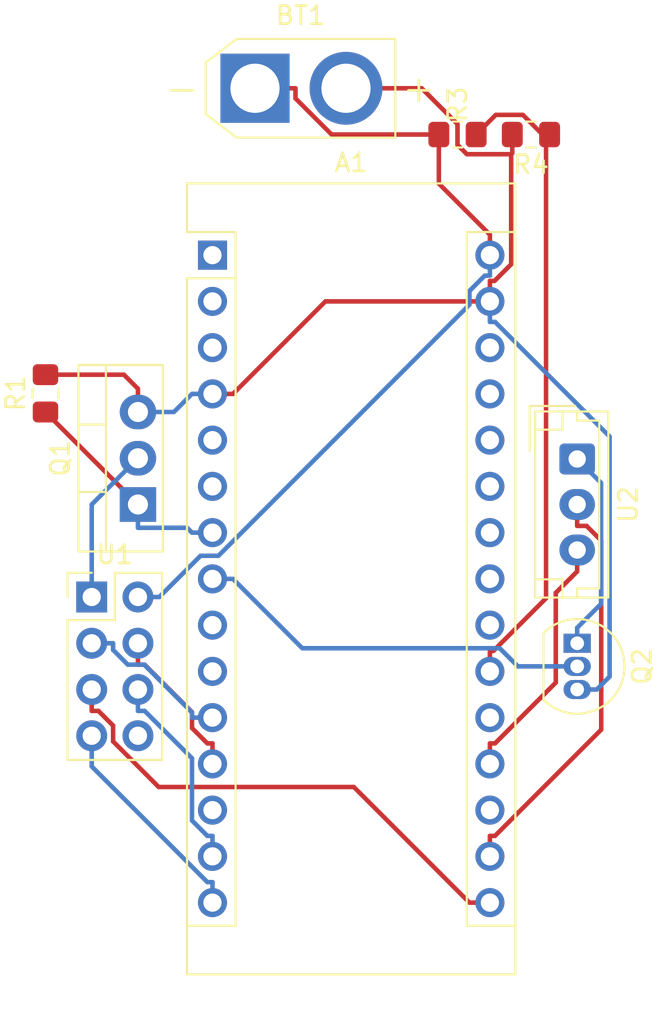
<source format=kicad_pcb>
(kicad_pcb (version 20171130) (host pcbnew 5.1.6-c6e7f7d~87~ubuntu20.04.1)

  (general
    (thickness 1.6)
    (drawings 0)
    (tracks 111)
    (zones 0)
    (modules 9)
    (nets 32)
  )

  (page A4)
  (layers
    (0 F.Cu signal)
    (31 B.Cu signal)
    (32 B.Adhes user)
    (33 F.Adhes user)
    (34 B.Paste user)
    (35 F.Paste user)
    (36 B.SilkS user)
    (37 F.SilkS user)
    (38 B.Mask user)
    (39 F.Mask user)
    (40 Dwgs.User user)
    (41 Cmts.User user)
    (42 Eco1.User user)
    (43 Eco2.User user)
    (44 Edge.Cuts user)
    (45 Margin user)
    (46 B.CrtYd user)
    (47 F.CrtYd user)
    (48 B.Fab user)
    (49 F.Fab user)
  )

  (setup
    (last_trace_width 0.25)
    (trace_clearance 0.2)
    (zone_clearance 0.508)
    (zone_45_only no)
    (trace_min 0.15)
    (via_size 0.8)
    (via_drill 0.4)
    (via_min_size 0.7)
    (via_min_drill 0.3)
    (uvia_size 0.3)
    (uvia_drill 0.1)
    (uvias_allowed no)
    (uvia_min_size 0.2)
    (uvia_min_drill 0.1)
    (edge_width 0.05)
    (segment_width 0.2)
    (pcb_text_width 0.3)
    (pcb_text_size 1.5 1.5)
    (mod_edge_width 0.12)
    (mod_text_size 1 1)
    (mod_text_width 0.15)
    (pad_size 1.7 1.7)
    (pad_drill 1)
    (pad_to_mask_clearance 0.05)
    (pad_to_paste_clearance 0.15)
    (aux_axis_origin 0 0)
    (visible_elements FFFFFF7F)
    (pcbplotparams
      (layerselection 0x010fc_ffffffff)
      (usegerberextensions false)
      (usegerberattributes true)
      (usegerberadvancedattributes true)
      (creategerberjobfile true)
      (excludeedgelayer true)
      (linewidth 0.100000)
      (plotframeref false)
      (viasonmask false)
      (mode 1)
      (useauxorigin false)
      (hpglpennumber 1)
      (hpglpenspeed 20)
      (hpglpendiameter 15.000000)
      (psnegative false)
      (psa4output false)
      (plotreference true)
      (plotvalue true)
      (plotinvisibletext false)
      (padsonsilk false)
      (subtractmaskfromsilk false)
      (outputformat 1)
      (mirror false)
      (drillshape 1)
      (scaleselection 1)
      (outputdirectory ""))
  )

  (net 0 "")
  (net 1 "Net-(A1-Pad1)")
  (net 2 "Net-(A1-Pad17)")
  (net 3 "Net-(A1-Pad2)")
  (net 4 "Net-(A1-Pad18)")
  (net 5 "Net-(A1-Pad3)")
  (net 6 SEN_A0)
  (net 7 "Net-(A1-Pad29)")
  (net 8 "Net-(A1-Pad20)")
  (net 9 "Net-(A1-Pad5)")
  (net 10 "Net-(A1-Pad21)")
  (net 11 "Net-(A1-Pad6)")
  (net 12 "Net-(A1-Pad22)")
  (net 13 "Net-(A1-Pad7)")
  (net 14 "Net-(A1-Pad23)")
  (net 15 Q2_B)
  (net 16 "Net-(A1-Pad24)")
  (net 17 "Net-(A1-Pad9)")
  (net 18 "Net-(A1-Pad25)")
  (net 19 "Net-(A1-Pad10)")
  (net 20 "Net-(A1-Pad26)")
  (net 21 CE)
  (net 22 "Net-(A1-Pad27)")
  (net 23 CSN)
  (net 24 "Net-(A1-Pad28)")
  (net 25 "Net-(A1-Pad13)")
  (net 26 MOSI)
  (net 27 "Net-(A1-Pad30)")
  (net 28 MISO)
  (net 29 SCK)
  (net 30 "Net-(Q1-Pad2)")
  (net 31 "Net-(Q2-Pad1)")

  (net_class Default "This is the default net class."
    (clearance 0.2)
    (trace_width 0.25)
    (via_dia 0.8)
    (via_drill 0.4)
    (uvia_dia 0.3)
    (uvia_drill 0.1)
    (add_net CE)
    (add_net CSN)
    (add_net MISO)
    (add_net MOSI)
    (add_net "Net-(A1-Pad1)")
    (add_net "Net-(A1-Pad10)")
    (add_net "Net-(A1-Pad13)")
    (add_net "Net-(A1-Pad17)")
    (add_net "Net-(A1-Pad18)")
    (add_net "Net-(A1-Pad2)")
    (add_net "Net-(A1-Pad20)")
    (add_net "Net-(A1-Pad21)")
    (add_net "Net-(A1-Pad22)")
    (add_net "Net-(A1-Pad23)")
    (add_net "Net-(A1-Pad24)")
    (add_net "Net-(A1-Pad25)")
    (add_net "Net-(A1-Pad26)")
    (add_net "Net-(A1-Pad27)")
    (add_net "Net-(A1-Pad28)")
    (add_net "Net-(A1-Pad29)")
    (add_net "Net-(A1-Pad3)")
    (add_net "Net-(A1-Pad30)")
    (add_net "Net-(A1-Pad5)")
    (add_net "Net-(A1-Pad6)")
    (add_net "Net-(A1-Pad7)")
    (add_net "Net-(A1-Pad9)")
    (add_net "Net-(Q1-Pad2)")
    (add_net "Net-(Q2-Pad1)")
    (add_net Q2_B)
    (add_net SCK)
    (add_net SEN_A0)
  )

  (module Module:Arduino_Nano (layer F.Cu) (tedit 58ACAF70) (tstamp 5F3DC1B2)
    (at 113.315 105.685)
    (descr "Arduino Nano, http://www.mouser.com/pdfdocs/Gravitech_Arduino_Nano3_0.pdf")
    (tags "Arduino Nano")
    (path /5F2667E0)
    (fp_text reference A1 (at 7.62 -5.08) (layer F.SilkS)
      (effects (font (size 1 1) (thickness 0.15)))
    )
    (fp_text value Arduino_Nano_v3.x (at 8.89 19.05 90) (layer F.Fab)
      (effects (font (size 1 1) (thickness 0.15)))
    )
    (fp_line (start 1.27 1.27) (end 1.27 -1.27) (layer F.SilkS) (width 0.12))
    (fp_line (start 1.27 -1.27) (end -1.4 -1.27) (layer F.SilkS) (width 0.12))
    (fp_line (start -1.4 1.27) (end -1.4 39.5) (layer F.SilkS) (width 0.12))
    (fp_line (start -1.4 -3.94) (end -1.4 -1.27) (layer F.SilkS) (width 0.12))
    (fp_line (start 13.97 -1.27) (end 16.64 -1.27) (layer F.SilkS) (width 0.12))
    (fp_line (start 13.97 -1.27) (end 13.97 36.83) (layer F.SilkS) (width 0.12))
    (fp_line (start 13.97 36.83) (end 16.64 36.83) (layer F.SilkS) (width 0.12))
    (fp_line (start 1.27 1.27) (end -1.4 1.27) (layer F.SilkS) (width 0.12))
    (fp_line (start 1.27 1.27) (end 1.27 36.83) (layer F.SilkS) (width 0.12))
    (fp_line (start 1.27 36.83) (end -1.4 36.83) (layer F.SilkS) (width 0.12))
    (fp_line (start 3.81 31.75) (end 11.43 31.75) (layer F.Fab) (width 0.1))
    (fp_line (start 11.43 31.75) (end 11.43 41.91) (layer F.Fab) (width 0.1))
    (fp_line (start 11.43 41.91) (end 3.81 41.91) (layer F.Fab) (width 0.1))
    (fp_line (start 3.81 41.91) (end 3.81 31.75) (layer F.Fab) (width 0.1))
    (fp_line (start -1.4 39.5) (end 16.64 39.5) (layer F.SilkS) (width 0.12))
    (fp_line (start 16.64 39.5) (end 16.64 -3.94) (layer F.SilkS) (width 0.12))
    (fp_line (start 16.64 -3.94) (end -1.4 -3.94) (layer F.SilkS) (width 0.12))
    (fp_line (start 16.51 39.37) (end -1.27 39.37) (layer F.Fab) (width 0.1))
    (fp_line (start -1.27 39.37) (end -1.27 -2.54) (layer F.Fab) (width 0.1))
    (fp_line (start -1.27 -2.54) (end 0 -3.81) (layer F.Fab) (width 0.1))
    (fp_line (start 0 -3.81) (end 16.51 -3.81) (layer F.Fab) (width 0.1))
    (fp_line (start 16.51 -3.81) (end 16.51 39.37) (layer F.Fab) (width 0.1))
    (fp_line (start -1.53 -4.06) (end 16.75 -4.06) (layer F.CrtYd) (width 0.05))
    (fp_line (start -1.53 -4.06) (end -1.53 42.16) (layer F.CrtYd) (width 0.05))
    (fp_line (start 16.75 42.16) (end 16.75 -4.06) (layer F.CrtYd) (width 0.05))
    (fp_line (start 16.75 42.16) (end -1.53 42.16) (layer F.CrtYd) (width 0.05))
    (fp_text user %R (at 6.35 19.05 90) (layer F.Fab)
      (effects (font (size 1 1) (thickness 0.15)))
    )
    (pad 1 thru_hole rect (at 0 0) (size 1.6 1.6) (drill 1) (layers *.Cu *.Mask)
      (net 1 "Net-(A1-Pad1)"))
    (pad 17 thru_hole oval (at 15.24 33.02) (size 1.6 1.6) (drill 1) (layers *.Cu *.Mask)
      (net 2 "Net-(A1-Pad17)"))
    (pad 2 thru_hole oval (at 0 2.54) (size 1.6 1.6) (drill 1) (layers *.Cu *.Mask)
      (net 3 "Net-(A1-Pad2)"))
    (pad 18 thru_hole oval (at 15.24 30.48) (size 1.6 1.6) (drill 1) (layers *.Cu *.Mask)
      (net 4 "Net-(A1-Pad18)"))
    (pad 3 thru_hole oval (at 0 5.08) (size 1.6 1.6) (drill 1) (layers *.Cu *.Mask)
      (net 5 "Net-(A1-Pad3)"))
    (pad 19 thru_hole oval (at 15.24 27.94) (size 1.6 1.6) (drill 1) (layers *.Cu *.Mask)
      (net 6 SEN_A0))
    (pad 4 thru_hole oval (at 0 7.62) (size 1.6 1.6) (drill 1) (layers *.Cu *.Mask)
      (net 7 "Net-(A1-Pad29)"))
    (pad 20 thru_hole oval (at 15.24 25.4) (size 1.6 1.6) (drill 1) (layers *.Cu *.Mask)
      (net 8 "Net-(A1-Pad20)"))
    (pad 5 thru_hole oval (at 0 10.16) (size 1.6 1.6) (drill 1) (layers *.Cu *.Mask)
      (net 9 "Net-(A1-Pad5)"))
    (pad 21 thru_hole oval (at 15.24 22.86) (size 1.6 1.6) (drill 1) (layers *.Cu *.Mask)
      (net 10 "Net-(A1-Pad21)"))
    (pad 6 thru_hole oval (at 0 12.7) (size 1.6 1.6) (drill 1) (layers *.Cu *.Mask)
      (net 11 "Net-(A1-Pad6)"))
    (pad 22 thru_hole oval (at 15.24 20.32) (size 1.6 1.6) (drill 1) (layers *.Cu *.Mask)
      (net 12 "Net-(A1-Pad22)"))
    (pad 7 thru_hole oval (at 0 15.24) (size 1.6 1.6) (drill 1) (layers *.Cu *.Mask)
      (net 13 "Net-(A1-Pad7)"))
    (pad 23 thru_hole oval (at 15.24 17.78) (size 1.6 1.6) (drill 1) (layers *.Cu *.Mask)
      (net 14 "Net-(A1-Pad23)"))
    (pad 8 thru_hole oval (at 0 17.78) (size 1.6 1.6) (drill 1) (layers *.Cu *.Mask)
      (net 15 Q2_B))
    (pad 24 thru_hole oval (at 15.24 15.24) (size 1.6 1.6) (drill 1) (layers *.Cu *.Mask)
      (net 16 "Net-(A1-Pad24)"))
    (pad 9 thru_hole oval (at 0 20.32) (size 1.6 1.6) (drill 1) (layers *.Cu *.Mask)
      (net 17 "Net-(A1-Pad9)"))
    (pad 25 thru_hole oval (at 15.24 12.7) (size 1.6 1.6) (drill 1) (layers *.Cu *.Mask)
      (net 18 "Net-(A1-Pad25)"))
    (pad 10 thru_hole oval (at 0 22.86) (size 1.6 1.6) (drill 1) (layers *.Cu *.Mask)
      (net 19 "Net-(A1-Pad10)"))
    (pad 26 thru_hole oval (at 15.24 10.16) (size 1.6 1.6) (drill 1) (layers *.Cu *.Mask)
      (net 20 "Net-(A1-Pad26)"))
    (pad 11 thru_hole oval (at 0 25.4) (size 1.6 1.6) (drill 1) (layers *.Cu *.Mask)
      (net 21 CE))
    (pad 27 thru_hole oval (at 15.24 7.62) (size 1.6 1.6) (drill 1) (layers *.Cu *.Mask)
      (net 22 "Net-(A1-Pad27)"))
    (pad 12 thru_hole oval (at 0 27.94) (size 1.6 1.6) (drill 1) (layers *.Cu *.Mask)
      (net 23 CSN))
    (pad 28 thru_hole oval (at 15.24 5.08) (size 1.6 1.6) (drill 1) (layers *.Cu *.Mask)
      (net 24 "Net-(A1-Pad28)"))
    (pad 13 thru_hole oval (at 0 30.48) (size 1.6 1.6) (drill 1) (layers *.Cu *.Mask)
      (net 25 "Net-(A1-Pad13)"))
    (pad 29 thru_hole oval (at 15.24 2.54) (size 1.6 1.6) (drill 1) (layers *.Cu *.Mask)
      (net 7 "Net-(A1-Pad29)"))
    (pad 14 thru_hole oval (at 0 33.02) (size 1.6 1.6) (drill 1) (layers *.Cu *.Mask)
      (net 26 MOSI))
    (pad 30 thru_hole oval (at 15.24 0) (size 1.6 1.6) (drill 1) (layers *.Cu *.Mask)
      (net 27 "Net-(A1-Pad30)"))
    (pad 15 thru_hole oval (at 0 35.56) (size 1.6 1.6) (drill 1) (layers *.Cu *.Mask)
      (net 28 MISO))
    (pad 16 thru_hole oval (at 15.24 35.56) (size 1.6 1.6) (drill 1) (layers *.Cu *.Mask)
      (net 29 SCK))
    (model ${KISYS3DMOD}/Module.3dshapes/Arduino_Nano_WithMountingHoles.wrl
      (at (xyz 0 0 0))
      (scale (xyz 1 1 1))
      (rotate (xyz 0 0 0))
    )
  )

  (module Package_TO_SOT_THT:TO-92_Inline (layer F.Cu) (tedit 5A1DD157) (tstamp 5F3DC1F9)
    (at 133.35 127 270)
    (descr "TO-92 leads in-line, narrow, oval pads, drill 0.75mm (see NXP sot054_po.pdf)")
    (tags "to-92 sc-43 sc-43a sot54 PA33 transistor")
    (path /5F3574C8)
    (fp_text reference Q2 (at 1.27 -3.56 90) (layer F.SilkS)
      (effects (font (size 1 1) (thickness 0.15)))
    )
    (fp_text value BC547 (at 1.27 2.79 90) (layer F.Fab)
      (effects (font (size 1 1) (thickness 0.15)))
    )
    (fp_line (start -0.53 1.85) (end 3.07 1.85) (layer F.SilkS) (width 0.12))
    (fp_line (start -0.5 1.75) (end 3 1.75) (layer F.Fab) (width 0.1))
    (fp_line (start -1.46 -2.73) (end 4 -2.73) (layer F.CrtYd) (width 0.05))
    (fp_line (start -1.46 -2.73) (end -1.46 2.01) (layer F.CrtYd) (width 0.05))
    (fp_line (start 4 2.01) (end 4 -2.73) (layer F.CrtYd) (width 0.05))
    (fp_line (start 4 2.01) (end -1.46 2.01) (layer F.CrtYd) (width 0.05))
    (fp_text user %R (at 1.27 -3.56 90) (layer F.Fab)
      (effects (font (size 1 1) (thickness 0.15)))
    )
    (fp_arc (start 1.27 0) (end 1.27 -2.48) (angle 135) (layer F.Fab) (width 0.1))
    (fp_arc (start 1.27 0) (end 1.27 -2.6) (angle -135) (layer F.SilkS) (width 0.12))
    (fp_arc (start 1.27 0) (end 1.27 -2.48) (angle -135) (layer F.Fab) (width 0.1))
    (fp_arc (start 1.27 0) (end 1.27 -2.6) (angle 135) (layer F.SilkS) (width 0.12))
    (pad 2 thru_hole oval (at 1.27 0 270) (size 1.05 1.5) (drill 0.75) (layers *.Cu *.Mask)
      (net 15 Q2_B))
    (pad 3 thru_hole oval (at 2.54 0 270) (size 1.05 1.5) (drill 0.75) (layers *.Cu *.Mask)
      (net 7 "Net-(A1-Pad29)"))
    (pad 1 thru_hole rect (at 0 0 270) (size 1.05 1.5) (drill 0.75) (layers *.Cu *.Mask)
      (net 31 "Net-(Q2-Pad1)"))
    (model ${KISYS3DMOD}/Package_TO_SOT_THT.3dshapes/TO-92_Inline.wrl
      (at (xyz 0 0 0))
      (scale (xyz 1 1 1))
      (rotate (xyz 0 0 0))
    )
  )

  (module Connector_AMASS:AMASS_XT30U-F_1x02_P5.0mm_Vertical (layer F.Cu) (tedit 5C8E9CDA) (tstamp 5F3DC1CD)
    (at 115.65 96.52)
    (descr "Connector XT30 Vertical Cable Female, https://www.tme.eu/en/Document/3cbfa5cfa544d79584972dd5234a409e/XT30U%20SPEC.pdf")
    (tags "RC Connector XT30")
    (path /5F267CFE)
    (fp_text reference BT1 (at 2.5 -4) (layer F.SilkS)
      (effects (font (size 1 1) (thickness 0.15)))
    )
    (fp_text value Battery (at 2.5 4) (layer F.Fab)
      (effects (font (size 1 1) (thickness 0.15)))
    )
    (fp_line (start -2.6 -1.3) (end -2.6 1.3) (layer F.Fab) (width 0.1))
    (fp_line (start 7.6 -2.6) (end 7.6 2.6) (layer F.Fab) (width 0.1))
    (fp_line (start -0.9 -2.6) (end 7.6 -2.6) (layer F.Fab) (width 0.1))
    (fp_line (start -0.9 2.6) (end 7.6 2.6) (layer F.Fab) (width 0.1))
    (fp_line (start -2.6 -1.3) (end -0.9 -2.6) (layer F.Fab) (width 0.1))
    (fp_line (start -2.6 1.3) (end -0.9 2.6) (layer F.Fab) (width 0.1))
    (fp_line (start -1.01 -2.71) (end 7.71 -2.71) (layer F.SilkS) (width 0.12))
    (fp_line (start 7.71 -2.71) (end 7.71 2.71) (layer F.SilkS) (width 0.12))
    (fp_line (start -1.01 2.71) (end 7.71 2.71) (layer F.SilkS) (width 0.12))
    (fp_line (start -2.71 -1.41) (end -1.01 -2.71) (layer F.SilkS) (width 0.12))
    (fp_line (start -2.71 1.41) (end -1.01 2.71) (layer F.SilkS) (width 0.12))
    (fp_line (start -2.71 -1.41) (end -2.71 1.41) (layer F.SilkS) (width 0.12))
    (fp_line (start -1.4 -3.1) (end 8.1 -3.1) (layer F.CrtYd) (width 0.05))
    (fp_line (start 8.1 -3.1) (end 8.1 3.1) (layer F.CrtYd) (width 0.05))
    (fp_line (start -3.1 -1.8) (end -3.1 1.8) (layer F.CrtYd) (width 0.05))
    (fp_line (start -1.4 3.1) (end 8.1 3.1) (layer F.CrtYd) (width 0.05))
    (fp_line (start -3.1 -1.8) (end -1.4 -3.1) (layer F.CrtYd) (width 0.05))
    (fp_line (start -3.1 1.8) (end -1.4 3.1) (layer F.CrtYd) (width 0.05))
    (fp_text user %R (at 2.5 0) (layer F.Fab)
      (effects (font (size 1 1) (thickness 0.15)))
    )
    (fp_text user + (at 9 0) (layer F.SilkS)
      (effects (font (size 1.5 1.5) (thickness 0.15)))
    )
    (fp_text user - (at -4 0) (layer F.SilkS)
      (effects (font (size 1.5 1.5) (thickness 0.15)))
    )
    (pad 1 thru_hole rect (at 0 0) (size 3.8 3.8) (drill 2.7) (layers *.Cu *.Mask)
      (net 27 "Net-(A1-Pad30)"))
    (pad 2 thru_hole circle (at 5 0) (size 4 4) (drill 2.7) (layers *.Cu *.Mask)
      (net 7 "Net-(A1-Pad29)"))
    (model ${KISYS3DMOD}/Connector_AMASS.3dshapes/AMASS_XT30U-F_1x02_P5.0mm_Vertical.wrl
      (at (xyz 0 0 0))
      (scale (xyz 1 1 1))
      (rotate (xyz 0 0 0))
    )
  )

  (module Package_TO_SOT_THT:TO-220-3_Vertical (layer F.Cu) (tedit 5F3D5694) (tstamp 5F6193D9)
    (at 109.22 119.38 90)
    (descr "TO-220-3, Vertical, RM 2.54mm, see https://www.vishay.com/docs/66542/to-220-1.pdf")
    (tags "TO-220-3 Vertical RM 2.54mm")
    (path /5F3D6F3F)
    (fp_text reference Q1 (at 2.54 -4.27 90) (layer F.SilkS)
      (effects (font (size 1 1) (thickness 0.15)))
    )
    (fp_text value IRL540N (at 2.54 2.5 90) (layer F.Fab)
      (effects (font (size 1 1) (thickness 0.15)))
    )
    (fp_line (start -2.46 -3.15) (end -2.46 1.25) (layer F.Fab) (width 0.1))
    (fp_line (start -2.46 1.25) (end 7.54 1.25) (layer F.Fab) (width 0.1))
    (fp_line (start 7.54 1.25) (end 7.54 -3.15) (layer F.Fab) (width 0.1))
    (fp_line (start 7.54 -3.15) (end -2.46 -3.15) (layer F.Fab) (width 0.1))
    (fp_line (start -2.46 -1.88) (end 7.54 -1.88) (layer F.Fab) (width 0.1))
    (fp_line (start 0.69 -3.15) (end 0.69 -1.88) (layer F.Fab) (width 0.1))
    (fp_line (start 4.39 -3.15) (end 4.39 -1.88) (layer F.Fab) (width 0.1))
    (fp_line (start -2.58 -3.27) (end 7.66 -3.27) (layer F.SilkS) (width 0.12))
    (fp_line (start -2.58 1.371) (end 7.66 1.371) (layer F.SilkS) (width 0.12))
    (fp_line (start -2.58 -3.27) (end -2.58 1.371) (layer F.SilkS) (width 0.12))
    (fp_line (start 7.66 -3.27) (end 7.66 1.371) (layer F.SilkS) (width 0.12))
    (fp_line (start -2.58 -1.76) (end 7.66 -1.76) (layer F.SilkS) (width 0.12))
    (fp_line (start 0.69 -3.27) (end 0.69 -1.76) (layer F.SilkS) (width 0.12))
    (fp_line (start 4.391 -3.27) (end 4.391 -1.76) (layer F.SilkS) (width 0.12))
    (fp_line (start -2.71 -3.4) (end -2.71 1.51) (layer F.CrtYd) (width 0.05))
    (fp_line (start -2.71 1.51) (end 7.79 1.51) (layer F.CrtYd) (width 0.05))
    (fp_line (start 7.79 1.51) (end 7.79 -3.4) (layer F.CrtYd) (width 0.05))
    (fp_line (start 7.79 -3.4) (end -2.71 -3.4) (layer F.CrtYd) (width 0.05))
    (fp_text user %R (at 2.54 -4.27 90) (layer F.Fab)
      (effects (font (size 1 1) (thickness 0.15)))
    )
    (pad 1 thru_hole rect (at 0 0 90) (size 1.905 2) (drill 1.1) (layers *.Cu *.Mask)
      (net 13 "Net-(A1-Pad7)"))
    (pad 2 thru_hole oval (at 2.54 0 90) (size 1.905 2) (drill 1.1) (layers *.Cu *.Mask)
      (net 30 "Net-(Q1-Pad2)"))
    (pad 3 thru_hole oval (at 5.08 0 90) (size 1.905 2) (drill 1.1) (layers *.Cu *.Mask)
      (net 7 "Net-(A1-Pad29)"))
    (model ${KISYS3DMOD}/Package_TO_SOT_THT.3dshapes/TO-220-3_Vertical.wrl
      (at (xyz 0 0 0))
      (scale (xyz 1 1 1))
      (rotate (xyz 0 0 0))
    )
  )

  (module Resistor_SMD:R_0805_2012Metric_Pad1.15x1.40mm_HandSolder (layer F.Cu) (tedit 5B36C52B) (tstamp 5F61941B)
    (at 104.14 113.275 90)
    (descr "Resistor SMD 0805 (2012 Metric), square (rectangular) end terminal, IPC_7351 nominal with elongated pad for handsoldering. (Body size source: https://docs.google.com/spreadsheets/d/1BsfQQcO9C6DZCsRaXUlFlo91Tg2WpOkGARC1WS5S8t0/edit?usp=sharing), generated with kicad-footprint-generator")
    (tags "resistor handsolder")
    (path /5F31B617)
    (attr smd)
    (fp_text reference R1 (at 0 -1.65 90) (layer F.SilkS)
      (effects (font (size 1 1) (thickness 0.15)))
    )
    (fp_text value 1M (at 0 1.65 90) (layer F.Fab)
      (effects (font (size 1 1) (thickness 0.15)))
    )
    (fp_line (start -1 0.6) (end -1 -0.6) (layer F.Fab) (width 0.1))
    (fp_line (start -1 -0.6) (end 1 -0.6) (layer F.Fab) (width 0.1))
    (fp_line (start 1 -0.6) (end 1 0.6) (layer F.Fab) (width 0.1))
    (fp_line (start 1 0.6) (end -1 0.6) (layer F.Fab) (width 0.1))
    (fp_line (start -0.261252 -0.71) (end 0.261252 -0.71) (layer F.SilkS) (width 0.12))
    (fp_line (start -0.261252 0.71) (end 0.261252 0.71) (layer F.SilkS) (width 0.12))
    (fp_line (start -1.85 0.95) (end -1.85 -0.95) (layer F.CrtYd) (width 0.05))
    (fp_line (start -1.85 -0.95) (end 1.85 -0.95) (layer F.CrtYd) (width 0.05))
    (fp_line (start 1.85 -0.95) (end 1.85 0.95) (layer F.CrtYd) (width 0.05))
    (fp_line (start 1.85 0.95) (end -1.85 0.95) (layer F.CrtYd) (width 0.05))
    (fp_text user %R (at 0 0 90) (layer F.Fab)
      (effects (font (size 0.5 0.5) (thickness 0.08)))
    )
    (pad 1 smd roundrect (at -1.025 0 90) (size 1.15 1.4) (layers F.Cu F.Paste F.Mask) (roundrect_rratio 0.217391)
      (net 13 "Net-(A1-Pad7)"))
    (pad 2 smd roundrect (at 1.025 0 90) (size 1.15 1.4) (layers F.Cu F.Paste F.Mask) (roundrect_rratio 0.217391)
      (net 7 "Net-(A1-Pad29)"))
    (model ${KISYS3DMOD}/Resistor_SMD.3dshapes/R_0805_2012Metric.wrl
      (at (xyz 0 0 0))
      (scale (xyz 1 1 1))
      (rotate (xyz 0 0 0))
    )
  )

  (module Resistor_SMD:R_0805_2012Metric_Pad1.15x1.40mm_HandSolder (layer F.Cu) (tedit 5B36C52B) (tstamp 5F3DC21B)
    (at 126.775 99.06)
    (descr "Resistor SMD 0805 (2012 Metric), square (rectangular) end terminal, IPC_7351 nominal with elongated pad for handsoldering. (Body size source: https://docs.google.com/spreadsheets/d/1BsfQQcO9C6DZCsRaXUlFlo91Tg2WpOkGARC1WS5S8t0/edit?usp=sharing), generated with kicad-footprint-generator")
    (tags "resistor handsolder")
    (path /5F2DE1F5)
    (attr smd)
    (fp_text reference R3 (at 0 -1.65 90) (layer F.SilkS)
      (effects (font (size 1 1) (thickness 0.15)))
    )
    (fp_text value 100k (at 0 1.65) (layer F.Fab)
      (effects (font (size 1 1) (thickness 0.15)))
    )
    (fp_line (start -1 0.6) (end -1 -0.6) (layer F.Fab) (width 0.1))
    (fp_line (start -1 -0.6) (end 1 -0.6) (layer F.Fab) (width 0.1))
    (fp_line (start 1 -0.6) (end 1 0.6) (layer F.Fab) (width 0.1))
    (fp_line (start 1 0.6) (end -1 0.6) (layer F.Fab) (width 0.1))
    (fp_line (start -0.261252 -0.71) (end 0.261252 -0.71) (layer F.SilkS) (width 0.12))
    (fp_line (start -0.261252 0.71) (end 0.261252 0.71) (layer F.SilkS) (width 0.12))
    (fp_line (start -1.85 0.95) (end -1.85 -0.95) (layer F.CrtYd) (width 0.05))
    (fp_line (start -1.85 -0.95) (end 1.85 -0.95) (layer F.CrtYd) (width 0.05))
    (fp_line (start 1.85 -0.95) (end 1.85 0.95) (layer F.CrtYd) (width 0.05))
    (fp_line (start 1.85 0.95) (end -1.85 0.95) (layer F.CrtYd) (width 0.05))
    (fp_text user %R (at 0 0) (layer F.Fab)
      (effects (font (size 0.5 0.5) (thickness 0.08)))
    )
    (pad 1 smd roundrect (at -1.025 0) (size 1.15 1.4) (layers F.Cu F.Paste F.Mask) (roundrect_rratio 0.217391)
      (net 27 "Net-(A1-Pad30)"))
    (pad 2 smd roundrect (at 1.025 0) (size 1.15 1.4) (layers F.Cu F.Paste F.Mask) (roundrect_rratio 0.217391)
      (net 10 "Net-(A1-Pad21)"))
    (model ${KISYS3DMOD}/Resistor_SMD.3dshapes/R_0805_2012Metric.wrl
      (at (xyz 0 0 0))
      (scale (xyz 1 1 1))
      (rotate (xyz 0 0 0))
    )
  )

  (module Resistor_SMD:R_0805_2012Metric_Pad1.15x1.40mm_HandSolder (layer F.Cu) (tedit 5B36C52B) (tstamp 5F6192A6)
    (at 130.81 99.06 180)
    (descr "Resistor SMD 0805 (2012 Metric), square (rectangular) end terminal, IPC_7351 nominal with elongated pad for handsoldering. (Body size source: https://docs.google.com/spreadsheets/d/1BsfQQcO9C6DZCsRaXUlFlo91Tg2WpOkGARC1WS5S8t0/edit?usp=sharing), generated with kicad-footprint-generator")
    (tags "resistor handsolder")
    (path /5F2E0DD1)
    (attr smd)
    (fp_text reference R4 (at 0 -1.65) (layer F.SilkS)
      (effects (font (size 1 1) (thickness 0.15)))
    )
    (fp_text value 10k (at 0 1.65) (layer F.Fab)
      (effects (font (size 1 1) (thickness 0.15)))
    )
    (fp_line (start 1.85 0.95) (end -1.85 0.95) (layer F.CrtYd) (width 0.05))
    (fp_line (start 1.85 -0.95) (end 1.85 0.95) (layer F.CrtYd) (width 0.05))
    (fp_line (start -1.85 -0.95) (end 1.85 -0.95) (layer F.CrtYd) (width 0.05))
    (fp_line (start -1.85 0.95) (end -1.85 -0.95) (layer F.CrtYd) (width 0.05))
    (fp_line (start -0.261252 0.71) (end 0.261252 0.71) (layer F.SilkS) (width 0.12))
    (fp_line (start -0.261252 -0.71) (end 0.261252 -0.71) (layer F.SilkS) (width 0.12))
    (fp_line (start 1 0.6) (end -1 0.6) (layer F.Fab) (width 0.1))
    (fp_line (start 1 -0.6) (end 1 0.6) (layer F.Fab) (width 0.1))
    (fp_line (start -1 -0.6) (end 1 -0.6) (layer F.Fab) (width 0.1))
    (fp_line (start -1 0.6) (end -1 -0.6) (layer F.Fab) (width 0.1))
    (fp_text user %R (at 0 0) (layer F.Fab)
      (effects (font (size 0.5 0.5) (thickness 0.08)))
    )
    (pad 2 smd roundrect (at 1.025 0 180) (size 1.15 1.4) (layers F.Cu F.Paste F.Mask) (roundrect_rratio 0.217391)
      (net 7 "Net-(A1-Pad29)"))
    (pad 1 smd roundrect (at -1.025 0 180) (size 1.15 1.4) (layers F.Cu F.Paste F.Mask) (roundrect_rratio 0.217391)
      (net 10 "Net-(A1-Pad21)"))
    (model ${KISYS3DMOD}/Resistor_SMD.3dshapes/R_0805_2012Metric.wrl
      (at (xyz 0 0 0))
      (scale (xyz 1 1 1))
      (rotate (xyz 0 0 0))
    )
  )

  (module Connector_PinHeader_2.54mm:PinHeader_2x04_P2.54mm_Vertical (layer F.Cu) (tedit 5F3D57BF) (tstamp 5F3DDCB2)
    (at 106.68 124.46)
    (descr "Through hole straight pin header, 2x04, 2.54mm pitch, double rows")
    (tags "Through hole pin header THT 2x04 2.54mm double row")
    (path /5F26A887)
    (fp_text reference U1 (at 1.27 -2.33) (layer F.SilkS)
      (effects (font (size 1 1) (thickness 0.15)))
    )
    (fp_text value nRF24L01P (at 1.27 9.95) (layer F.Fab)
      (effects (font (size 1 1) (thickness 0.15)))
    )
    (fp_line (start 0 -1.27) (end 3.81 -1.27) (layer F.Fab) (width 0.1))
    (fp_line (start 3.81 -1.27) (end 3.81 8.89) (layer F.Fab) (width 0.1))
    (fp_line (start 3.81 8.89) (end -1.27 8.89) (layer F.Fab) (width 0.1))
    (fp_line (start -1.27 8.89) (end -1.27 0) (layer F.Fab) (width 0.1))
    (fp_line (start -1.27 0) (end 0 -1.27) (layer F.Fab) (width 0.1))
    (fp_line (start -1.33 8.95) (end 3.87 8.95) (layer F.SilkS) (width 0.12))
    (fp_line (start -1.33 1.27) (end -1.33 8.95) (layer F.SilkS) (width 0.12))
    (fp_line (start 3.87 -1.33) (end 3.87 8.95) (layer F.SilkS) (width 0.12))
    (fp_line (start -1.33 1.27) (end 1.27 1.27) (layer F.SilkS) (width 0.12))
    (fp_line (start 1.27 1.27) (end 1.27 -1.33) (layer F.SilkS) (width 0.12))
    (fp_line (start 1.27 -1.33) (end 3.87 -1.33) (layer F.SilkS) (width 0.12))
    (fp_line (start -1.33 0) (end -1.33 -1.33) (layer F.SilkS) (width 0.12))
    (fp_line (start -1.33 -1.33) (end 0 -1.33) (layer F.SilkS) (width 0.12))
    (fp_line (start -1.8 -1.8) (end -1.8 9.4) (layer F.CrtYd) (width 0.05))
    (fp_line (start -1.8 9.4) (end 4.35 9.4) (layer F.CrtYd) (width 0.05))
    (fp_line (start 4.35 9.4) (end 4.35 -1.8) (layer F.CrtYd) (width 0.05))
    (fp_line (start 4.35 -1.8) (end -1.8 -1.8) (layer F.CrtYd) (width 0.05))
    (fp_text user %R (at 1.27 3.81 90) (layer F.Fab)
      (effects (font (size 1 1) (thickness 0.15)))
    )
    (pad 8 thru_hole rect (at 0 0) (size 1.7 1.7) (drill 1) (layers *.Cu *.Mask)
      (net 30 "Net-(Q1-Pad2)"))
    (pad 7 thru_hole oval (at 2.54 0) (size 1.7 1.7) (drill 1) (layers *.Cu *.Mask)
      (net 27 "Net-(A1-Pad30)"))
    (pad 1 thru_hole oval (at 0 2.54) (size 1.7 1.7) (drill 1) (layers *.Cu *.Mask)
      (net 21 CE))
    (pad 2 thru_hole oval (at 2.54 2.54) (size 1.7 1.7) (drill 1) (layers *.Cu *.Mask)
      (net 23 CSN))
    (pad 3 thru_hole oval (at 0 5.08) (size 1.7 1.7) (drill 1) (layers *.Cu *.Mask)
      (net 29 SCK))
    (pad 4 thru_hole oval (at 2.54 5.08) (size 1.7 1.7) (drill 1) (layers *.Cu *.Mask)
      (net 26 MOSI))
    (pad 5 thru_hole oval (at 0 7.62) (size 1.7 1.7) (drill 1) (layers *.Cu *.Mask)
      (net 28 MISO))
    (pad "" thru_hole oval (at 2.54 7.62) (size 1.7 1.7) (drill 1) (layers *.Cu *.Mask))
    (model ${KISYS3DMOD}/Connector_PinHeader_2.54mm.3dshapes/PinHeader_2x04_P2.54mm_Vertical.wrl
      (at (xyz 0 0 0))
      (scale (xyz 1 1 1))
      (rotate (xyz 0 0 0))
    )
  )

  (module Connector_JST:JST_EH_B3B-EH-A_1x03_P2.50mm_Vertical (layer F.Cu) (tedit 5C28142C) (tstamp 5F3DC26B)
    (at 133.35 116.88 270)
    (descr "JST EH series connector, B3B-EH-A (http://www.jst-mfg.com/product/pdf/eng/eEH.pdf), generated with kicad-footprint-generator")
    (tags "connector JST EH vertical")
    (path /5F33FAC0)
    (fp_text reference U2 (at 2.5 -2.8 90) (layer F.SilkS)
      (effects (font (size 1 1) (thickness 0.15)))
    )
    (fp_text value SEN0193 (at 2.5 3.4 90) (layer F.Fab)
      (effects (font (size 1 1) (thickness 0.15)))
    )
    (fp_line (start -2.5 -1.6) (end -2.5 2.2) (layer F.Fab) (width 0.1))
    (fp_line (start -2.5 2.2) (end 7.5 2.2) (layer F.Fab) (width 0.1))
    (fp_line (start 7.5 2.2) (end 7.5 -1.6) (layer F.Fab) (width 0.1))
    (fp_line (start 7.5 -1.6) (end -2.5 -1.6) (layer F.Fab) (width 0.1))
    (fp_line (start -3 -2.1) (end -3 2.7) (layer F.CrtYd) (width 0.05))
    (fp_line (start -3 2.7) (end 8 2.7) (layer F.CrtYd) (width 0.05))
    (fp_line (start 8 2.7) (end 8 -2.1) (layer F.CrtYd) (width 0.05))
    (fp_line (start 8 -2.1) (end -3 -2.1) (layer F.CrtYd) (width 0.05))
    (fp_line (start -2.61 -1.71) (end -2.61 2.31) (layer F.SilkS) (width 0.12))
    (fp_line (start -2.61 2.31) (end 7.61 2.31) (layer F.SilkS) (width 0.12))
    (fp_line (start 7.61 2.31) (end 7.61 -1.71) (layer F.SilkS) (width 0.12))
    (fp_line (start 7.61 -1.71) (end -2.61 -1.71) (layer F.SilkS) (width 0.12))
    (fp_line (start -2.61 0) (end -2.11 0) (layer F.SilkS) (width 0.12))
    (fp_line (start -2.11 0) (end -2.11 -1.21) (layer F.SilkS) (width 0.12))
    (fp_line (start -2.11 -1.21) (end 7.11 -1.21) (layer F.SilkS) (width 0.12))
    (fp_line (start 7.11 -1.21) (end 7.11 0) (layer F.SilkS) (width 0.12))
    (fp_line (start 7.11 0) (end 7.61 0) (layer F.SilkS) (width 0.12))
    (fp_line (start -2.61 0.81) (end -1.61 0.81) (layer F.SilkS) (width 0.12))
    (fp_line (start -1.61 0.81) (end -1.61 2.31) (layer F.SilkS) (width 0.12))
    (fp_line (start 7.61 0.81) (end 6.61 0.81) (layer F.SilkS) (width 0.12))
    (fp_line (start 6.61 0.81) (end 6.61 2.31) (layer F.SilkS) (width 0.12))
    (fp_line (start -2.91 0.11) (end -2.91 2.61) (layer F.SilkS) (width 0.12))
    (fp_line (start -2.91 2.61) (end -0.41 2.61) (layer F.SilkS) (width 0.12))
    (fp_line (start -2.91 0.11) (end -2.91 2.61) (layer F.Fab) (width 0.1))
    (fp_line (start -2.91 2.61) (end -0.41 2.61) (layer F.Fab) (width 0.1))
    (fp_text user %R (at 2.5 1.5 90) (layer F.Fab)
      (effects (font (size 1 1) (thickness 0.15)))
    )
    (pad 1 thru_hole roundrect (at 0 0 270) (size 1.7 1.95) (drill 0.95) (layers *.Cu *.Mask) (roundrect_rratio 0.147059)
      (net 31 "Net-(Q2-Pad1)"))
    (pad 2 thru_hole oval (at 2.5 0 270) (size 1.7 1.95) (drill 0.95) (layers *.Cu *.Mask)
      (net 2 "Net-(A1-Pad17)"))
    (pad 3 thru_hole oval (at 5 0 270) (size 1.7 1.95) (drill 0.95) (layers *.Cu *.Mask)
      (net 6 SEN_A0))
    (model ${KISYS3DMOD}/Connector_JST.3dshapes/JST_EH_B3B-EH-A_1x03_P2.50mm_Vertical.wrl
      (at (xyz 0 0 0))
      (scale (xyz 1 1 1))
      (rotate (xyz 0 0 0))
    )
  )

  (segment (start 128.555 138.705) (end 128.555 137.5797) (width 0.25) (layer F.Cu) (net 2))
  (segment (start 133.35 119.38) (end 133.35 120.5553) (width 0.25) (layer F.Cu) (net 2))
  (segment (start 133.35 120.5553) (end 133.8642 120.5553) (width 0.25) (layer F.Cu) (net 2))
  (segment (start 133.8642 120.5553) (end 134.6719 121.363) (width 0.25) (layer F.Cu) (net 2))
  (segment (start 134.6719 121.363) (end 134.6719 131.7441) (width 0.25) (layer F.Cu) (net 2))
  (segment (start 134.6719 131.7441) (end 128.8363 137.5797) (width 0.25) (layer F.Cu) (net 2))
  (segment (start 128.8363 137.5797) (end 128.555 137.5797) (width 0.25) (layer F.Cu) (net 2))
  (segment (start 128.555 133.625) (end 128.555 132.4997) (width 0.25) (layer F.Cu) (net 6))
  (segment (start 133.35 121.88) (end 133.35 123.0553) (width 0.25) (layer F.Cu) (net 6))
  (segment (start 133.35 123.0553) (end 132.1747 124.2306) (width 0.25) (layer F.Cu) (net 6))
  (segment (start 132.1747 124.2306) (end 132.1747 129.1613) (width 0.25) (layer F.Cu) (net 6))
  (segment (start 132.1747 129.1613) (end 128.8363 132.4997) (width 0.25) (layer F.Cu) (net 6))
  (segment (start 128.8363 132.4997) (end 128.555 132.4997) (width 0.25) (layer F.Cu) (net 6))
  (segment (start 133.35 129.54) (end 134.4253 129.54) (width 0.25) (layer B.Cu) (net 7))
  (segment (start 128.555 108.225) (end 128.555 109.3503) (width 0.25) (layer B.Cu) (net 7))
  (segment (start 128.555 109.3503) (end 128.8363 109.3503) (width 0.25) (layer B.Cu) (net 7))
  (segment (start 128.8363 109.3503) (end 135.131 115.645) (width 0.25) (layer B.Cu) (net 7))
  (segment (start 135.131 115.645) (end 135.131 128.8343) (width 0.25) (layer B.Cu) (net 7))
  (segment (start 135.131 128.8343) (end 134.4253 129.54) (width 0.25) (layer B.Cu) (net 7))
  (segment (start 113.315 113.305) (end 114.4403 113.305) (width 0.25) (layer F.Cu) (net 7))
  (segment (start 114.4403 113.305) (end 119.5203 108.225) (width 0.25) (layer F.Cu) (net 7))
  (segment (start 119.5203 108.225) (end 128.555 108.225) (width 0.25) (layer F.Cu) (net 7))
  (segment (start 129.7241 100.1425) (end 127.2922 100.1425) (width 0.25) (layer F.Cu) (net 7))
  (segment (start 127.2922 100.1425) (end 126.775 99.6253) (width 0.25) (layer F.Cu) (net 7))
  (segment (start 126.775 99.6253) (end 126.775 98.4873) (width 0.25) (layer F.Cu) (net 7))
  (segment (start 126.775 98.4873) (end 124.8077 96.52) (width 0.25) (layer F.Cu) (net 7))
  (segment (start 124.8077 96.52) (end 120.65 96.52) (width 0.25) (layer F.Cu) (net 7))
  (segment (start 129.785 99.06) (end 129.785 100.0816) (width 0.25) (layer F.Cu) (net 7))
  (segment (start 129.785 100.0816) (end 129.7241 100.1425) (width 0.25) (layer F.Cu) (net 7))
  (segment (start 128.555 107.0997) (end 128.8109 107.0997) (width 0.25) (layer F.Cu) (net 7))
  (segment (start 128.8109 107.0997) (end 129.7241 106.1865) (width 0.25) (layer F.Cu) (net 7))
  (segment (start 129.7241 106.1865) (end 129.7241 100.1425) (width 0.25) (layer F.Cu) (net 7))
  (segment (start 128.555 108.225) (end 128.555 107.0997) (width 0.25) (layer F.Cu) (net 7))
  (segment (start 113.315 113.305) (end 112.1897 113.305) (width 0.25) (layer B.Cu) (net 7))
  (segment (start 109.22 114.3) (end 111.1947 114.3) (width 0.25) (layer B.Cu) (net 7))
  (segment (start 111.1947 114.3) (end 112.1897 113.305) (width 0.25) (layer B.Cu) (net 7))
  (segment (start 109.22 114.3) (end 109.22 113.0222) (width 0.25) (layer F.Cu) (net 7))
  (segment (start 104.14 112.25) (end 108.4478 112.25) (width 0.25) (layer F.Cu) (net 7))
  (segment (start 108.4478 112.25) (end 109.22 113.0222) (width 0.25) (layer F.Cu) (net 7))
  (segment (start 131.64 99.255) (end 130.3655 97.9805) (width 0.25) (layer F.Cu) (net 10))
  (segment (start 130.3655 97.9805) (end 128.8795 97.9805) (width 0.25) (layer F.Cu) (net 10))
  (segment (start 128.8795 97.9805) (end 127.8 99.06) (width 0.25) (layer F.Cu) (net 10))
  (segment (start 131.64 99.255) (end 131.835 99.06) (width 0.25) (layer F.Cu) (net 10))
  (segment (start 128.555 127.4197) (end 128.7478 127.4197) (width 0.25) (layer F.Cu) (net 10))
  (segment (start 128.7478 127.4197) (end 131.64 124.5275) (width 0.25) (layer F.Cu) (net 10))
  (segment (start 131.64 124.5275) (end 131.64 99.255) (width 0.25) (layer F.Cu) (net 10))
  (segment (start 128.555 128.545) (end 128.555 127.4197) (width 0.25) (layer F.Cu) (net 10))
  (segment (start 104.14 114.3) (end 109.22 119.38) (width 0.25) (layer F.Cu) (net 13))
  (segment (start 113.315 120.925) (end 112.1897 120.925) (width 0.25) (layer B.Cu) (net 13))
  (segment (start 109.22 119.38) (end 109.22 120.6578) (width 0.25) (layer B.Cu) (net 13))
  (segment (start 109.22 120.6578) (end 111.9225 120.6578) (width 0.25) (layer B.Cu) (net 13))
  (segment (start 111.9225 120.6578) (end 112.1897 120.925) (width 0.25) (layer B.Cu) (net 13))
  (segment (start 113.315 123.465) (end 114.4403 123.465) (width 0.25) (layer B.Cu) (net 15))
  (segment (start 133.35 128.27) (end 130.0921 128.27) (width 0.25) (layer B.Cu) (net 15))
  (segment (start 130.0921 128.27) (end 129.0971 127.275) (width 0.25) (layer B.Cu) (net 15))
  (segment (start 129.0971 127.275) (end 118.2503 127.275) (width 0.25) (layer B.Cu) (net 15))
  (segment (start 118.2503 127.275) (end 114.4403 123.465) (width 0.25) (layer B.Cu) (net 15))
  (segment (start 113.315 131.085) (end 112.1897 131.085) (width 0.25) (layer B.Cu) (net 21))
  (segment (start 106.68 127) (end 107.8553 127) (width 0.25) (layer B.Cu) (net 21))
  (segment (start 107.8553 127) (end 107.8553 127.3674) (width 0.25) (layer B.Cu) (net 21))
  (segment (start 107.8553 127.3674) (end 108.6632 128.1753) (width 0.25) (layer B.Cu) (net 21))
  (segment (start 108.6632 128.1753) (end 109.5613 128.1753) (width 0.25) (layer B.Cu) (net 21))
  (segment (start 109.5613 128.1753) (end 112.1897 130.8037) (width 0.25) (layer B.Cu) (net 21))
  (segment (start 112.1897 130.8037) (end 112.1897 131.085) (width 0.25) (layer B.Cu) (net 21))
  (segment (start 113.315 133.625) (end 113.315 132.4997) (width 0.25) (layer F.Cu) (net 23))
  (segment (start 109.22 127) (end 109.22 128.1753) (width 0.25) (layer F.Cu) (net 23))
  (segment (start 109.22 128.1753) (end 109.5874 128.1753) (width 0.25) (layer F.Cu) (net 23))
  (segment (start 109.5874 128.1753) (end 112.1897 130.7776) (width 0.25) (layer F.Cu) (net 23))
  (segment (start 112.1897 130.7776) (end 112.1897 131.6558) (width 0.25) (layer F.Cu) (net 23))
  (segment (start 112.1897 131.6558) (end 113.0336 132.4997) (width 0.25) (layer F.Cu) (net 23))
  (segment (start 113.0336 132.4997) (end 113.315 132.4997) (width 0.25) (layer F.Cu) (net 23))
  (segment (start 113.315 138.705) (end 113.315 137.5797) (width 0.25) (layer B.Cu) (net 26))
  (segment (start 109.22 129.54) (end 109.22 130.7153) (width 0.25) (layer B.Cu) (net 26))
  (segment (start 109.22 130.7153) (end 109.5874 130.7153) (width 0.25) (layer B.Cu) (net 26))
  (segment (start 109.5874 130.7153) (end 112.1897 133.3176) (width 0.25) (layer B.Cu) (net 26))
  (segment (start 112.1897 133.3176) (end 112.1897 136.7358) (width 0.25) (layer B.Cu) (net 26))
  (segment (start 112.1897 136.7358) (end 113.0336 137.5797) (width 0.25) (layer B.Cu) (net 26))
  (segment (start 113.0336 137.5797) (end 113.315 137.5797) (width 0.25) (layer B.Cu) (net 26))
  (segment (start 125.75 99.06) (end 119.859 99.06) (width 0.25) (layer F.Cu) (net 27))
  (segment (start 119.859 99.06) (end 117.8753 97.0763) (width 0.25) (layer F.Cu) (net 27))
  (segment (start 117.8753 97.0763) (end 117.8753 96.52) (width 0.25) (layer F.Cu) (net 27))
  (segment (start 115.65 96.52) (end 117.8753 96.52) (width 0.25) (layer F.Cu) (net 27))
  (segment (start 128.555 104.5597) (end 125.75 101.7547) (width 0.25) (layer F.Cu) (net 27))
  (segment (start 125.75 101.7547) (end 125.75 99.06) (width 0.25) (layer F.Cu) (net 27))
  (segment (start 128.555 105.685) (end 128.555 106.8103) (width 0.25) (layer B.Cu) (net 27))
  (segment (start 109.22 124.46) (end 110.3953 124.46) (width 0.25) (layer B.Cu) (net 27))
  (segment (start 110.3953 124.46) (end 112.6603 122.195) (width 0.25) (layer B.Cu) (net 27))
  (segment (start 112.6603 122.195) (end 113.6425 122.195) (width 0.25) (layer B.Cu) (net 27))
  (segment (start 113.6425 122.195) (end 127.4297 108.4078) (width 0.25) (layer B.Cu) (net 27))
  (segment (start 127.4297 108.4078) (end 127.4297 107.6542) (width 0.25) (layer B.Cu) (net 27))
  (segment (start 127.4297 107.6542) (end 128.2736 106.8103) (width 0.25) (layer B.Cu) (net 27))
  (segment (start 128.2736 106.8103) (end 128.555 106.8103) (width 0.25) (layer B.Cu) (net 27))
  (segment (start 128.555 105.685) (end 128.555 104.5597) (width 0.25) (layer F.Cu) (net 27))
  (segment (start 113.315 141.245) (end 113.315 140.1197) (width 0.25) (layer B.Cu) (net 28))
  (segment (start 106.68 132.08) (end 106.68 133.766) (width 0.25) (layer B.Cu) (net 28))
  (segment (start 106.68 133.766) (end 113.0337 140.1197) (width 0.25) (layer B.Cu) (net 28))
  (segment (start 113.0337 140.1197) (end 113.315 140.1197) (width 0.25) (layer B.Cu) (net 28))
  (segment (start 128.555 141.245) (end 127.4297 141.245) (width 0.25) (layer F.Cu) (net 29))
  (segment (start 106.68 129.54) (end 106.68 130.7153) (width 0.25) (layer F.Cu) (net 29))
  (segment (start 106.68 130.7153) (end 107.0474 130.7153) (width 0.25) (layer F.Cu) (net 29))
  (segment (start 107.0474 130.7153) (end 107.8553 131.5232) (width 0.25) (layer F.Cu) (net 29))
  (segment (start 107.8553 131.5232) (end 107.8553 132.3917) (width 0.25) (layer F.Cu) (net 29))
  (segment (start 107.8553 132.3917) (end 110.3586 134.895) (width 0.25) (layer F.Cu) (net 29))
  (segment (start 110.3586 134.895) (end 121.0797 134.895) (width 0.25) (layer F.Cu) (net 29))
  (segment (start 121.0797 134.895) (end 127.4297 141.245) (width 0.25) (layer F.Cu) (net 29))
  (segment (start 109.22 116.84) (end 106.68 119.38) (width 0.25) (layer B.Cu) (net 30))
  (segment (start 106.68 119.38) (end 106.68 124.46) (width 0.25) (layer B.Cu) (net 30))
  (segment (start 133.35 127) (end 133.35 126.1497) (width 0.25) (layer B.Cu) (net 31))
  (segment (start 133.35 116.88) (end 134.6645 118.1945) (width 0.25) (layer B.Cu) (net 31))
  (segment (start 134.6645 118.1945) (end 134.6645 124.8352) (width 0.25) (layer B.Cu) (net 31))
  (segment (start 134.6645 124.8352) (end 133.35 126.1497) (width 0.25) (layer B.Cu) (net 31))

)

</source>
